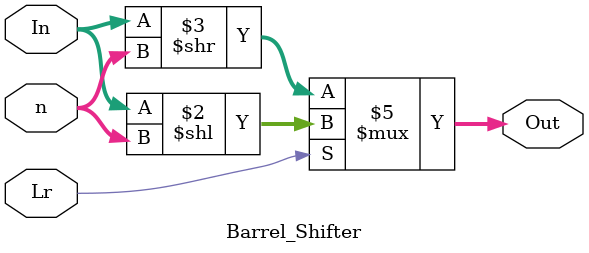
<source format=v>
`timescale 1ns / 1ps


module Barrel_Shifter(
    output reg [7:0] Out,
    input [7:0] In,
    input [2:0] n,
    input Lr
    );
    
    always@(*)
    begin
    if(Lr)
        Out=In<<n;
    else
        Out=In>>n;
    end
endmodule

</source>
